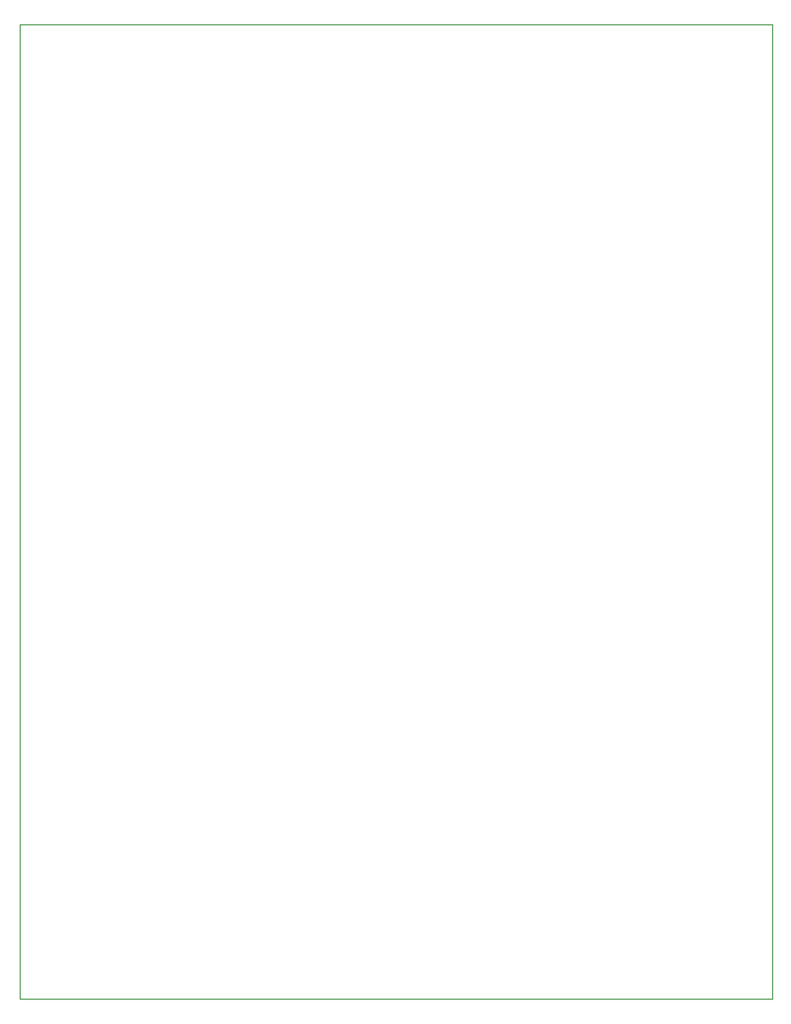
<source format=gbr>
%TF.GenerationSoftware,KiCad,Pcbnew,(6.0.7)*%
%TF.CreationDate,2023-03-08T11:17:01-08:00*%
%TF.ProjectId,Relay_LED,52656c61-795f-44c4-9544-2e6b69636164,rev?*%
%TF.SameCoordinates,Original*%
%TF.FileFunction,Profile,NP*%
%FSLAX46Y46*%
G04 Gerber Fmt 4.6, Leading zero omitted, Abs format (unit mm)*
G04 Created by KiCad (PCBNEW (6.0.7)) date 2023-03-08 11:17:01*
%MOMM*%
%LPD*%
G01*
G04 APERTURE LIST*
%TA.AperFunction,Profile*%
%ADD10C,0.100000*%
%TD*%
G04 APERTURE END LIST*
D10*
X118350000Y-137500000D02*
X118350000Y-137500000D01*
X118350000Y-137500000D02*
X118350000Y-137500000D01*
X118350000Y-137500000D02*
X118350000Y-137500000D01*
X118350000Y-137500000D02*
X118350000Y-137500000D01*
X50450000Y-49500000D02*
X118450000Y-49500000D01*
X118450000Y-49500000D02*
X118450000Y-137500000D01*
X118450000Y-137500000D02*
X50450000Y-137500000D01*
X50450000Y-137500000D02*
X50450000Y-49500000D01*
M02*

</source>
